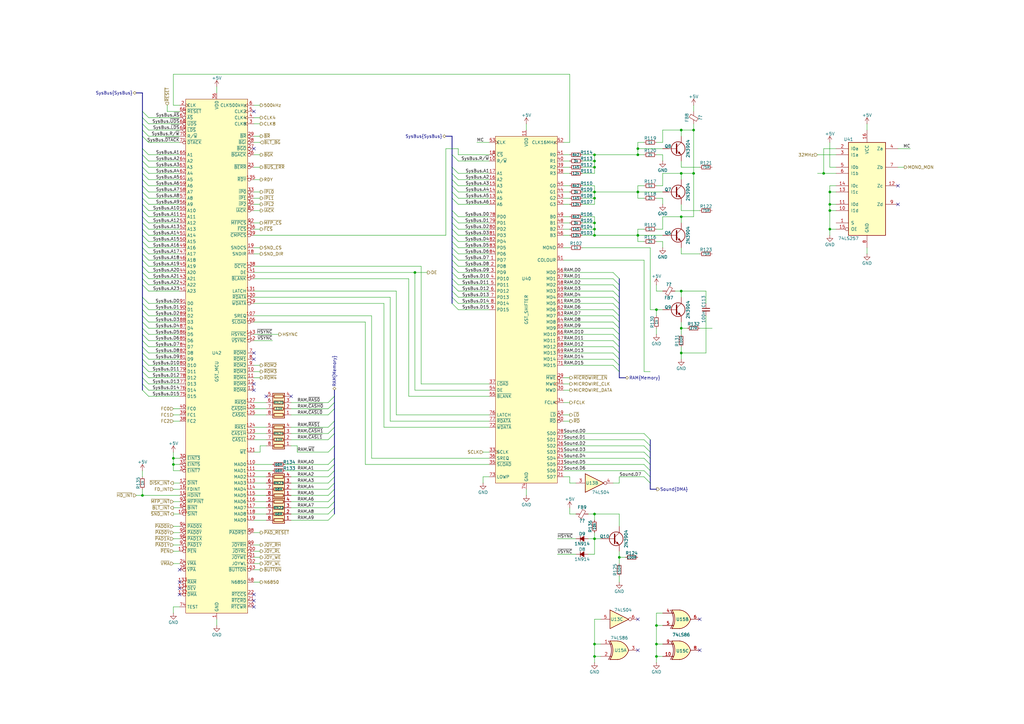
<source format=kicad_sch>
(kicad_sch (version 20250114) (generator "eeschema") (generator_version "9.0")
  (paper "A3")
  (bus_alias "Memory" (members "D[0..15]" "A[0..9]" "~{CASL[0..1]}" "~{RAS[0..1]}" "~{CASH[0..1]}" "~{WE}"))
  (junction (at 337.82 71.12))
  (junction (at 261.62 96.52))
  (junction (at 243.84 63.5))
  (junction (at 243.84 81.28))
  (junction (at 340.36 78.74))
  (junction (at 261.62 63.5))
  (junction (at 243.84 93.98))
  (junction (at 261.62 60.96))
  (junction (at 261.62 78.74))
  (junction (at 279.4 71.12))
  (junction (at 340.36 86.36))
  (junction (at 269.24 256.54))
  (junction (at 71.12 187.96))
  (junction (at 279.4 144.78))
  (junction (at 269.24 127))
  (junction (at 284.48 53.34))
  (junction (at 243.84 210.82))
  (junction (at 279.4 88.9))
  (junction (at 243.84 269.24))
  (junction (at 340.36 83.82))
  (junction (at 71.12 190.5))
  (junction (at 58.42 203.2))
  (junction (at 243.84 220.98))
  (junction (at 243.84 264.16))
  (junction (at 279.4 134.62))
  (junction (at 243.84 66.04))
  (junction (at 243.84 68.58))
  (junction (at 279.4 119.38))
  (junction (at 284.48 71.12))
  (junction (at 269.24 269.24))
  (junction (at 269.24 264.16))
  (junction (at 243.84 96.52))
  (junction (at 243.84 78.74))
  (junction (at 340.36 93.98))
  (junction (at 170.18 111.76))
  (junction (at 279.4 53.34))
  (junction (at 254 228.6))
  (junction (at 243.84 91.44))
  (no_connect (at 104.14 157.48))
  (no_connect (at 104.14 243.84))
  (no_connect (at 104.14 45.72))
  (no_connect (at 104.14 248.92))
  (no_connect (at 119.38 162.56))
  (no_connect (at 261.62 266.7))
  (no_connect (at 368.3 76.2))
  (no_connect (at 287.02 266.7))
  (no_connect (at 104.14 246.38))
  (no_connect (at 73.66 233.68))
  (no_connect (at 73.66 243.84))
  (no_connect (at 287.02 254))
  (no_connect (at 261.62 254))
  (no_connect (at 109.22 162.56))
  (no_connect (at 104.14 144.78))
  (no_connect (at 73.66 238.76))
  (no_connect (at 368.3 83.82))
  (no_connect (at 104.14 160.02))
  (no_connect (at 104.14 60.96))
  (no_connect (at 104.14 147.32))
  (no_connect (at 73.66 241.3))
  (bus_entry (at 185.42 106.68) (size 2.54 2.54))
  (bus_entry (at 137.16 200.66) (size -2.54 2.54))
  (bus_entry (at 58.42 93.98) (size 2.54 2.54))
  (bus_entry (at 58.42 132.08) (size 2.54 2.54))
  (bus_entry (at 266.7 187.96) (size -2.54 -2.54))
  (bus_entry (at 185.42 119.38) (size 2.54 2.54))
  (bus_entry (at 58.42 152.4) (size 2.54 2.54))
  (bus_entry (at 58.42 129.54) (size 2.54 2.54))
  (bus_entry (at 185.42 111.76) (size 2.54 2.54))
  (bus_entry (at 185.42 96.52) (size 2.54 2.54))
  (bus_entry (at 254 142.24) (size -2.54 -2.54))
  (bus_entry (at 58.42 160.02) (size 2.54 2.54))
  (bus_entry (at 185.42 71.12) (size 2.54 2.54))
  (bus_entry (at 254 132.08) (size -2.54 -2.54))
  (bus_entry (at 58.42 104.14) (size 2.54 2.54))
  (bus_entry (at 137.16 175.26) (size -2.54 2.54))
  (bus_entry (at 58.42 121.92) (size 2.54 2.54))
  (bus_entry (at 137.16 187.96) (size -2.54 2.54))
  (bus_entry (at 254 119.38) (size -2.54 -2.54))
  (bus_entry (at 137.16 208.28) (size -2.54 2.54))
  (bus_entry (at 58.42 76.2) (size 2.54 2.54))
  (bus_entry (at 137.16 190.5) (size -2.54 2.54))
  (bus_entry (at 58.42 149.86) (size 2.54 2.54))
  (bus_entry (at 58.42 109.22) (size 2.54 2.54))
  (bus_entry (at 254 147.32) (size -2.54 -2.54))
  (bus_entry (at 254 127) (size -2.54 -2.54))
  (bus_entry (at 137.16 193.04) (size -2.54 2.54))
  (bus_entry (at 58.42 66.04) (size 2.54 2.54))
  (bus_entry (at 185.42 73.66) (size 2.54 2.54))
  (bus_entry (at 266.7 198.12) (size -2.54 -2.54))
  (bus_entry (at 185.42 121.92) (size 2.54 2.54))
  (bus_entry (at 266.7 182.88) (size -2.54 -2.54))
  (bus_entry (at 185.42 76.2) (size 2.54 2.54))
  (bus_entry (at 58.42 83.82) (size 2.54 2.54))
  (bus_entry (at 58.42 139.7) (size 2.54 2.54))
  (bus_entry (at 58.42 116.84) (size 2.54 2.54))
  (bus_entry (at 58.42 55.88) (size 2.54 2.54))
  (bus_entry (at 58.42 68.58) (size 2.54 2.54))
  (bus_entry (at 254 114.3) (size -2.54 -2.54))
  (bus_entry (at 58.42 96.52) (size 2.54 2.54))
  (bus_entry (at 58.42 134.62) (size 2.54 2.54))
  (bus_entry (at 185.42 99.06) (size 2.54 2.54))
  (bus_entry (at 58.42 147.32) (size 2.54 2.54))
  (bus_entry (at 137.16 182.88) (size -2.54 2.54))
  (bus_entry (at 185.42 78.74) (size 2.54 2.54))
  (bus_entry (at 58.42 78.74) (size 2.54 2.54))
  (bus_entry (at 58.42 71.12) (size 2.54 2.54))
  (bus_entry (at 137.16 203.2) (size -2.54 2.54))
  (bus_entry (at 58.42 106.68) (size 2.54 2.54))
  (bus_entry (at 185.42 101.6) (size 2.54 2.54))
  (bus_entry (at 137.16 165.1) (size -2.54 2.54))
  (bus_entry (at 185.42 63.5) (size 2.54 2.54))
  (bus_entry (at 254 139.7) (size -2.54 -2.54))
  (bus_entry (at 137.16 162.56) (size -2.54 2.54))
  (bus_entry (at 266.7 195.58) (size -2.54 -2.54))
  (bus_entry (at 185.42 86.36) (size 2.54 2.54))
  (bus_entry (at 185.42 93.98) (size 2.54 2.54))
  (bus_entry (at 266.7 180.34) (size -2.54 -2.54))
  (bus_entry (at 185.42 68.58) (size 2.54 2.54))
  (bus_entry (at 266.7 190.5) (size -2.54 -2.54))
  (bus_entry (at 58.42 45.72) (size 2.54 2.54))
  (bus_entry (at 185.42 116.84) (size 2.54 2.54))
  (bus_entry (at 58.42 124.46) (size 2.54 2.54))
  (bus_entry (at 58.42 99.06) (size 2.54 2.54))
  (bus_entry (at 137.16 167.64) (size -2.54 2.54))
  (bus_entry (at 58.42 63.5) (size 2.54 2.54))
  (bus_entry (at 58.42 73.66) (size 2.54 2.54))
  (bus_entry (at 254 149.86) (size -2.54 -2.54))
  (bus_entry (at 185.42 109.22) (size 2.54 2.54))
  (bus_entry (at 137.16 177.8) (size -2.54 2.54))
  (bus_entry (at 254 137.16) (size -2.54 -2.54))
  (bus_entry (at 185.42 88.9) (size 2.54 2.54))
  (bus_entry (at 137.16 172.72) (size -2.54 2.54))
  (bus_entry (at 58.42 91.44) (size 2.54 2.54))
  (bus_entry (at 185.42 81.28) (size 2.54 2.54))
  (bus_entry (at 58.42 101.6) (size 2.54 2.54))
  (bus_entry (at 137.16 205.74) (size -2.54 2.54))
  (bus_entry (at 254 144.78) (size -2.54 -2.54))
  (bus_entry (at 58.42 111.76) (size 2.54 2.54))
  (bus_entry (at 58.42 157.48) (size 2.54 2.54))
  (bus_entry (at 266.7 185.42) (size -2.54 -2.54))
  (bus_entry (at 254 134.62) (size -2.54 -2.54))
  (bus_entry (at 58.42 144.78) (size 2.54 2.54))
  (bus_entry (at 137.16 210.82) (size -2.54 2.54))
  (bus_entry (at 254 152.4) (size -2.54 -2.54))
  (bus_entry (at 58.42 137.16) (size 2.54 2.54))
  (bus_entry (at 58.42 50.8) (size 2.54 2.54))
  (bus_entry (at 58.42 142.24) (size 2.54 2.54))
  (bus_entry (at 137.16 195.58) (size -2.54 2.54))
  (bus_entry (at 185.42 124.46) (size 2.54 2.54))
  (bus_entry (at 185.42 91.44) (size 2.54 2.54))
  (bus_entry (at 137.16 198.12) (size -2.54 2.54))
  (bus_entry (at 58.42 86.36) (size 2.54 2.54))
  (bus_entry (at 266.7 193.04) (size -2.54 -2.54))
  (bus_entry (at 254 129.54) (size -2.54 -2.54))
  (bus_entry (at 58.42 60.96) (size 2.54 2.54))
  (bus_entry (at 58.42 154.94) (size 2.54 2.54))
  (bus_entry (at 185.42 114.3) (size 2.54 2.54))
  (bus_entry (at 254 124.46) (size -2.54 -2.54))
  (bus_entry (at 58.42 88.9) (size 2.54 2.54))
  (bus_entry (at 58.42 127) (size 2.54 2.54))
  (bus_entry (at 58.42 81.28) (size 2.54 2.54))
  (bus_entry (at 58.42 53.34) (size 2.54 2.54))
  (bus_entry (at 58.42 48.26) (size 2.54 2.54))
  (bus_entry (at 254 121.92) (size -2.54 -2.54))
  (bus_entry (at 58.42 114.3) (size 2.54 2.54))
  (bus_entry (at 254 116.84) (size -2.54 -2.54))
  (bus_entry (at 185.42 104.14) (size 2.54 2.54))
  (wire (pts (xy 261.62 60.96) (xy 261.62 58.42)))
  (wire (pts (xy 157.48 124.46) (xy 157.48 175.26)))
  (wire (pts (xy 279.4 142.24) (xy 279.4 144.78)))
  (bus (pts (xy 185.42 78.74) (xy 185.42 81.28)))
  (wire (pts (xy 264.16 182.88) (xy 231.14 182.88)))
  (wire (pts (xy 119.38 203.2) (xy 134.62 203.2)))
  (bus (pts (xy 137.16 162.56) (xy 137.16 160.02)))
  (bus (pts (xy 58.42 124.46) (xy 58.42 127)))
  (wire (pts (xy 60.96 101.6) (xy 73.66 101.6)))
  (bus (pts (xy 137.16 172.72) (xy 137.16 167.64)))
  (wire (pts (xy 243.84 227.33) (xy 243.84 220.98)))
  (bus (pts (xy 185.42 81.28) (xy 185.42 86.36)))
  (wire (pts (xy 71.12 198.12) (xy 73.66 198.12)))
  (wire (pts (xy 104.14 200.66) (xy 109.22 200.66)))
  (wire (pts (xy 104.14 129.54) (xy 152.4 129.54)))
  (wire (pts (xy 104.14 165.1) (xy 109.22 165.1)))
  (wire (pts (xy 269.24 271.78) (xy 269.24 269.24)))
  (wire (pts (xy 60.96 58.42) (xy 73.66 58.42)))
  (wire (pts (xy 231.14 76.2) (xy 233.68 76.2)))
  (wire (pts (xy 60.96 63.5) (xy 73.66 63.5)))
  (wire (pts (xy 71.12 187.96) (xy 71.12 190.5)))
  (wire (pts (xy 269.24 269.24) (xy 269.24 264.16)))
  (wire (pts (xy 104.14 175.26) (xy 109.22 175.26)))
  (wire (pts (xy 58.42 203.2) (xy 73.66 203.2)))
  (bus (pts (xy 185.42 63.5) (xy 185.42 68.58)))
  (wire (pts (xy 342.9 78.74) (xy 340.36 78.74)))
  (wire (pts (xy 104.14 152.4) (xy 106.68 152.4)))
  (wire (pts (xy 264.16 99.06) (xy 261.62 99.06)))
  (wire (pts (xy 104.14 231.14) (xy 106.68 231.14)))
  (bus (pts (xy 58.42 83.82) (xy 58.42 86.36)))
  (wire (pts (xy 231.14 71.12) (xy 233.68 71.12)))
  (wire (pts (xy 60.96 147.32) (xy 73.66 147.32)))
  (wire (pts (xy 71.12 190.5) (xy 73.66 190.5)))
  (wire (pts (xy 149.86 132.08) (xy 149.86 190.5)))
  (wire (pts (xy 60.96 53.34) (xy 73.66 53.34)))
  (bus (pts (xy 254 114.3) (xy 254 116.84)))
  (wire (pts (xy 231.14 187.96) (xy 264.16 187.96)))
  (wire (pts (xy 88.9 254) (xy 88.9 256.54)))
  (wire (pts (xy 373.38 60.96) (xy 368.3 60.96)))
  (bus (pts (xy 58.42 93.98) (xy 58.42 96.52)))
  (bus (pts (xy 58.42 134.62) (xy 58.42 137.16)))
  (wire (pts (xy 342.9 60.96) (xy 337.82 60.96)))
  (wire (pts (xy 60.96 139.7) (xy 73.66 139.7)))
  (wire (pts (xy 104.14 83.82) (xy 106.68 83.82)))
  (wire (pts (xy 243.84 78.74) (xy 243.84 76.2)))
  (wire (pts (xy 104.14 55.88) (xy 106.68 55.88)))
  (wire (pts (xy 238.76 78.74) (xy 243.84 78.74)))
  (wire (pts (xy 104.14 78.74) (xy 106.68 78.74)))
  (bus (pts (xy 137.16 200.66) (xy 137.16 198.12)))
  (bus (pts (xy 58.42 149.86) (xy 58.42 152.4)))
  (wire (pts (xy 60.96 149.86) (xy 73.66 149.86)))
  (wire (pts (xy 284.48 71.12) (xy 284.48 88.9)))
  (wire (pts (xy 261.62 78.74) (xy 261.62 76.2)))
  (bus (pts (xy 58.42 48.26) (xy 58.42 50.8)))
  (bus (pts (xy 58.42 144.78) (xy 58.42 147.32)))
  (wire (pts (xy 269.24 58.42) (xy 271.78 58.42)))
  (wire (pts (xy 60.96 111.76) (xy 73.66 111.76)))
  (wire (pts (xy 170.18 160.02) (xy 170.18 111.76)))
  (bus (pts (xy 185.42 119.38) (xy 185.42 121.92)))
  (wire (pts (xy 340.36 86.36) (xy 340.36 93.98)))
  (wire (pts (xy 58.42 200.66) (xy 58.42 203.2)))
  (wire (pts (xy 284.48 50.8) (xy 284.48 53.34)))
  (wire (pts (xy 269.24 269.24) (xy 271.78 269.24)))
  (wire (pts (xy 71.12 215.9) (xy 73.66 215.9)))
  (wire (pts (xy 238.76 81.28) (xy 243.84 81.28)))
  (wire (pts (xy 231.14 170.18) (xy 233.68 170.18)))
  (wire (pts (xy 335.28 71.12) (xy 337.82 71.12)))
  (wire (pts (xy 175.26 111.76) (xy 170.18 111.76)))
  (bus (pts (xy 254 137.16) (xy 254 139.7)))
  (wire (pts (xy 104.14 205.74) (xy 109.22 205.74)))
  (wire (pts (xy 167.64 162.56) (xy 200.66 162.56)))
  (wire (pts (xy 243.84 88.9) (xy 238.76 88.9)))
  (bus (pts (xy 254 134.62) (xy 254 137.16)))
  (wire (pts (xy 269.24 119.38) (xy 271.78 119.38)))
  (wire (pts (xy 170.18 160.02) (xy 200.66 160.02)))
  (wire (pts (xy 271.78 127) (xy 269.24 127)))
  (wire (pts (xy 60.96 81.28) (xy 73.66 81.28)))
  (wire (pts (xy 215.9 200.66) (xy 215.9 203.2)))
  (wire (pts (xy 187.96 116.84) (xy 200.66 116.84)))
  (wire (pts (xy 60.96 96.52) (xy 73.66 96.52)))
  (bus (pts (xy 58.42 116.84) (xy 58.42 121.92)))
  (wire (pts (xy 104.14 195.58) (xy 109.22 195.58)))
  (wire (pts (xy 71.12 218.44) (xy 73.66 218.44)))
  (wire (pts (xy 243.84 96.52) (xy 261.62 96.52)))
  (bus (pts (xy 254 154.94) (xy 256.54 154.94)))
  (wire (pts (xy 335.28 63.5) (xy 342.9 63.5)))
  (wire (pts (xy 269.24 251.46) (xy 271.78 251.46)))
  (wire (pts (xy 172.72 157.48) (xy 200.66 157.48)))
  (bus (pts (xy 185.42 68.58) (xy 185.42 71.12)))
  (wire (pts (xy 60.96 88.9) (xy 73.66 88.9)))
  (wire (pts (xy 60.96 137.16) (xy 73.66 137.16)))
  (wire (pts (xy 279.4 101.6) (xy 279.4 104.14)))
  (wire (pts (xy 60.96 68.58) (xy 73.66 68.58)))
  (wire (pts (xy 60.96 152.4) (xy 73.66 152.4)))
  (bus (pts (xy 185.42 55.88) (xy 182.88 55.88)))
  (wire (pts (xy 104.14 203.2) (xy 109.22 203.2)))
  (bus (pts (xy 58.42 60.96) (xy 58.42 63.5)))
  (bus (pts (xy 58.42 109.22) (xy 58.42 111.76)))
  (bus (pts (xy 266.7 195.58) (xy 266.7 198.12)))
  (wire (pts (xy 231.14 114.3) (xy 251.46 114.3)))
  (bus (pts (xy 185.42 93.98) (xy 185.42 96.52)))
  (bus (pts (xy 254 147.32) (xy 254 149.86)))
  (wire (pts (xy 60.96 109.22) (xy 73.66 109.22)))
  (wire (pts (xy 71.12 187.96) (xy 73.66 187.96)))
  (bus (pts (xy 58.42 132.08) (xy 58.42 134.62)))
  (bus (pts (xy 254 116.84) (xy 254 119.38)))
  (wire (pts (xy 264.16 63.5) (xy 261.62 63.5)))
  (wire (pts (xy 104.14 124.46) (xy 157.48 124.46)))
  (wire (pts (xy 71.12 170.18) (xy 73.66 170.18)))
  (wire (pts (xy 182.88 60.96) (xy 187.96 60.96)))
  (wire (pts (xy 261.62 99.06) (xy 261.62 96.52)))
  (wire (pts (xy 254 198.12) (xy 254 195.58)))
  (wire (pts (xy 119.38 198.12) (xy 134.62 198.12)))
  (wire (pts (xy 279.4 104.14) (xy 287.02 104.14)))
  (bus (pts (xy 137.16 187.96) (xy 137.16 182.88)))
  (bus (pts (xy 254 121.92) (xy 254 124.46)))
  (wire (pts (xy 279.4 66.04) (xy 279.4 68.58)))
  (wire (pts (xy 60.96 106.68) (xy 73.66 106.68)))
  (wire (pts (xy 60.96 76.2) (xy 73.66 76.2)))
  (bus (pts (xy 58.42 121.92) (xy 58.42 124.46)))
  (wire (pts (xy 289.56 129.54) (xy 289.56 144.78)))
  (wire (pts (xy 233.68 208.28) (xy 233.68 210.82)))
  (wire (pts (xy 104.14 180.34) (xy 109.22 180.34)))
  (wire (pts (xy 261.62 60.96) (xy 261.62 63.5)))
  (wire (pts (xy 187.96 109.22) (xy 200.66 109.22)))
  (bus (pts (xy 58.42 111.76) (xy 58.42 114.3)))
  (wire (pts (xy 187.96 99.06) (xy 200.66 99.06)))
  (wire (pts (xy 60.96 154.94) (xy 73.66 154.94)))
  (bus (pts (xy 58.42 137.16) (xy 58.42 139.7)))
  (wire (pts (xy 271.78 76.2) (xy 271.78 71.12)))
  (wire (pts (xy 279.4 88.9) (xy 279.4 91.44)))
  (bus (pts (xy 58.42 66.04) (xy 58.42 68.58)))
  (wire (pts (xy 195.58 58.42) (xy 200.66 58.42)))
  (bus (pts (xy 137.16 167.64) (xy 137.16 165.1)))
  (wire (pts (xy 187.96 91.44) (xy 200.66 91.44)))
  (wire (pts (xy 71.12 208.28) (xy 73.66 208.28)))
  (bus (pts (xy 58.42 96.52) (xy 58.42 99.06)))
  (wire (pts (xy 269.24 256.54) (xy 271.78 256.54)))
  (wire (pts (xy 152.4 129.54) (xy 152.4 187.96)))
  (bus (pts (xy 185.42 106.68) (xy 185.42 109.22)))
  (wire (pts (xy 279.4 71.12) (xy 279.4 73.66)))
  (bus (pts (xy 254 127) (xy 254 129.54)))
  (wire (pts (xy 233.68 210.82) (xy 236.22 210.82)))
  (wire (pts (xy 114.3 137.16) (xy 104.14 137.16)))
  (bus (pts (xy 185.42 111.76) (xy 185.42 114.3)))
  (wire (pts (xy 172.72 109.22) (xy 172.72 157.48)))
  (bus (pts (xy 185.42 73.66) (xy 185.42 76.2)))
  (wire (pts (xy 60.96 50.8) (xy 73.66 50.8)))
  (wire (pts (xy 241.3 227.33) (xy 243.84 227.33)))
  (wire (pts (xy 104.14 109.22) (xy 172.72 109.22)))
  (wire (pts (xy 271.78 60.96) (xy 261.62 60.96)))
  (wire (pts (xy 60.96 119.38) (xy 73.66 119.38)))
  (wire (pts (xy 279.4 86.36) (xy 287.02 86.36)))
  (bus (pts (xy 185.42 71.12) (xy 185.42 73.66)))
  (wire (pts (xy 60.96 162.56) (xy 73.66 162.56)))
  (wire (pts (xy 104.14 48.26) (xy 106.68 48.26)))
  (wire (pts (xy 71.12 185.42) (xy 71.12 187.96)))
  (wire (pts (xy 231.14 190.5) (xy 264.16 190.5)))
  (bus (pts (xy 58.42 152.4) (xy 58.42 154.94)))
  (wire (pts (xy 104.14 210.82) (xy 109.22 210.82)))
  (wire (pts (xy 104.14 226.06) (xy 106.68 226.06)))
  (bus (pts (xy 58.42 114.3) (xy 58.42 116.84)))
  (wire (pts (xy 198.12 195.58) (xy 200.66 195.58)))
  (wire (pts (xy 119.38 200.66) (xy 134.62 200.66)))
  (wire (pts (xy 279.4 119.38) (xy 279.4 121.92)))
  (wire (pts (xy 231.14 63.5) (xy 233.68 63.5)))
  (bus (pts (xy 58.42 50.8) (xy 58.42 53.34)))
  (bus (pts (xy 58.42 127) (xy 58.42 129.54)))
  (wire (pts (xy 119.38 165.1) (xy 134.62 165.1)))
  (wire (pts (xy 187.96 124.46) (xy 200.66 124.46)))
  (wire (pts (xy 111.76 139.7) (xy 104.14 139.7)))
  (bus (pts (xy 137.16 208.28) (xy 137.16 205.74)))
  (wire (pts (xy 243.84 81.28) (xy 243.84 78.74)))
  (wire (pts (xy 104.14 63.5) (xy 106.68 63.5)))
  (wire (pts (xy 271.78 81.28) (xy 269.24 81.28)))
  (bus (pts (xy 254 144.78) (xy 254 147.32)))
  (wire (pts (xy 243.84 71.12) (xy 243.84 68.58)))
  (wire (pts (xy 254 228.6) (xy 256.54 228.6)))
  (wire (pts (xy 264.16 81.28) (xy 261.62 81.28)))
  (wire (pts (xy 187.96 63.5) (xy 200.66 63.5)))
  (wire (pts (xy 187.96 81.28) (xy 200.66 81.28)))
  (wire (pts (xy 231.14 119.38) (xy 251.46 119.38)))
  (wire (pts (xy 68.58 43.18) (xy 68.58 45.72)))
  (wire (pts (xy 60.96 144.78) (xy 73.66 144.78)))
  (wire (pts (xy 231.14 132.08) (xy 251.46 132.08)))
  (wire (pts (xy 231.14 134.62) (xy 251.46 134.62)))
  (wire (pts (xy 60.96 73.66) (xy 73.66 73.66)))
  (wire (pts (xy 104.14 170.18) (xy 109.22 170.18)))
  (bus (pts (xy 58.42 55.88) (xy 58.42 60.96)))
  (wire (pts (xy 187.96 121.92) (xy 200.66 121.92)))
  (wire (pts (xy 342.9 83.82) (xy 340.36 83.82)))
  (wire (pts (xy 340.36 83.82) (xy 340.36 86.36)))
  (wire (pts (xy 355.6 101.6) (xy 355.6 104.14)))
  (bus (pts (xy 58.42 147.32) (xy 58.42 149.86)))
  (bus (pts (xy 269.24 200.66) (xy 266.7 200.66)))
  (wire (pts (xy 71.12 231.14) (xy 73.66 231.14)))
  (wire (pts (xy 160.02 172.72) (xy 200.66 172.72)))
  (wire (pts (xy 271.78 88.9) (xy 279.4 88.9)))
  (wire (pts (xy 187.96 73.66) (xy 200.66 73.66)))
  (bus (pts (xy 58.42 53.34) (xy 58.42 55.88)))
  (wire (pts (xy 60.96 160.02) (xy 73.66 160.02)))
  (wire (pts (xy 231.14 142.24) (xy 251.46 142.24)))
  (wire (pts (xy 231.14 193.04) (xy 264.16 193.04)))
  (wire (pts (xy 231.14 147.32) (xy 251.46 147.32)))
  (wire (pts (xy 243.84 264.16) (xy 243.84 254)))
  (wire (pts (xy 198.12 198.12) (xy 198.12 195.58)))
  (wire (pts (xy 60.96 132.08) (xy 73.66 132.08)))
  (wire (pts (xy 71.12 226.06) (xy 73.66 226.06)))
  (bus (pts (xy 58.42 45.72) (xy 58.42 48.26)))
  (bus (pts (xy 254 139.7) (xy 254 142.24)))
  (bus (pts (xy 58.42 68.58) (xy 58.42 71.12)))
  (bus (pts (xy 58.42 38.1) (xy 58.42 45.72)))
  (wire (pts (xy 340.36 76.2) (xy 340.36 78.74)))
  (bus (pts (xy 266.7 198.12) (xy 266.7 200.66)))
  (bus (pts (xy 266.7 187.96) (xy 266.7 190.5)))
  (wire (pts (xy 243.84 269.24) (xy 246.38 269.24)))
  (wire (pts (xy 251.46 198.12) (xy 254 198.12)))
  (wire (pts (xy 340.36 78.74) (xy 340.36 83.82)))
  (wire (pts (xy 231.14 139.7) (xy 251.46 139.7)))
  (bus (pts (xy 58.42 99.06) (xy 58.42 101.6)))
  (bus (pts (xy 266.7 193.04) (xy 266.7 195.58)))
  (wire (pts (xy 60.96 129.54) (xy 73.66 129.54)))
  (wire (pts (xy 271.78 71.12) (xy 279.4 71.12)))
  (wire (pts (xy 243.84 220.98) (xy 243.84 218.44)))
  (wire (pts (xy 157.48 175.26) (xy 200.66 175.26)))
  (wire (pts (xy 231.14 177.8) (xy 264.16 177.8)))
  (wire (pts (xy 71.12 172.72) (xy 73.66 172.72)))
  (wire (pts (xy 231.14 96.52) (xy 233.68 96.52)))
  (wire (pts (xy 231.14 172.72) (xy 233.68 172.72)))
  (wire (pts (xy 104.14 111.76) (xy 170.18 111.76)))
  (bus (pts (xy 58.42 129.54) (xy 58.42 132.08)))
  (wire (pts (xy 243.84 264.16) (xy 246.38 264.16)))
  (wire (pts (xy 231.14 121.92) (xy 251.46 121.92)))
  (wire (pts (xy 119.38 170.18) (xy 134.62 170.18)))
  (wire (pts (xy 116.84 193.04) (xy 134.62 193.04)))
  (bus (pts (xy 185.42 104.14) (xy 185.42 106.68)))
  (wire (pts (xy 187.96 114.3) (xy 200.66 114.3)))
  (wire (pts (xy 284.48 43.18) (xy 284.48 45.72)))
  (bus (pts (xy 266.7 185.42) (xy 266.7 187.96)))
  (wire (pts (xy 243.84 213.36) (xy 243.84 210.82)))
  (wire (pts (xy 60.96 116.84) (xy 73.66 116.84)))
  (wire (pts (xy 231.14 91.44) (xy 233.68 91.44)))
  (wire (pts (xy 264.16 106.68) (xy 264.16 152.4)))
  (wire (pts (xy 231.14 129.54) (xy 251.46 129.54)))
  (bus (pts (xy 58.42 76.2) (xy 58.42 78.74)))
  (wire (pts (xy 187.96 88.9) (xy 200.66 88.9)))
  (wire (pts (xy 276.86 119.38) (xy 279.4 119.38)))
  (wire (pts (xy 104.14 233.68) (xy 106.68 233.68)))
  (wire (pts (xy 104.14 228.6) (xy 106.68 228.6)))
  (wire (pts (xy 60.96 83.82) (xy 73.66 83.82)))
  (wire (pts (xy 243.84 269.24) (xy 243.84 264.16)))
  (wire (pts (xy 271.78 101.6) (xy 271.78 99.06)))
  (wire (pts (xy 121.92 185.42) (xy 134.62 185.42)))
  (wire (pts (xy 231.14 180.34) (xy 264.16 180.34)))
  (wire (pts (xy 231.14 66.04) (xy 233.68 66.04)))
  (wire (pts (xy 342.9 76.2) (xy 340.36 76.2)))
  (wire (pts (xy 243.84 210.82) (xy 254 210.82)))
  (wire (pts (xy 162.56 170.18) (xy 200.66 170.18)))
  (wire (pts (xy 104.14 154.94) (xy 106.68 154.94)))
  (bus (pts (xy 58.42 139.7) (xy 58.42 142.24)))
  (wire (pts (xy 71.12 220.98) (xy 73.66 220.98)))
  (wire (pts (xy 243.84 66.04) (xy 243.84 63.5)))
  (wire (pts (xy 187.96 101.6) (xy 200.66 101.6)))
  (wire (pts (xy 187.96 127) (xy 200.66 127)))
  (wire (pts (xy 187.96 106.68) (xy 200.66 106.68)))
  (wire (pts (xy 368.3 68.58) (xy 370.84 68.58)))
  (bus (pts (xy 58.42 86.36) (xy 58.42 88.9)))
  (wire (pts (xy 289.56 144.78) (xy 279.4 144.78)))
  (bus (pts (xy 185.42 55.88) (xy 185.42 63.5)))
  (wire (pts (xy 104.14 190.5) (xy 111.76 190.5)))
  (wire (pts (xy 187.96 78.74) (xy 200.66 78.74)))
  (wire (pts (xy 104.14 86.36) (xy 106.68 86.36)))
  (bus (pts (xy 58.42 38.1) (xy 55.88 38.1)))
  (wire (pts (xy 271.78 63.5) (xy 269.24 63.5)))
  (wire (pts (xy 231.14 58.42) (xy 233.68 58.42)))
  (bus (pts (xy 254 149.86) (xy 254 152.4)))
  (wire (pts (xy 340.36 93.98) (xy 342.9 93.98)))
  (wire (pts (xy 231.14 88.9) (xy 233.68 88.9)))
  (wire (pts (xy 243.84 96.52) (xy 243.84 93.98)))
  (wire (pts (xy 289.56 119.38) (xy 279.4 119.38)))
  (wire (pts (xy 231.14 101.6) (xy 233.68 101.6)))
  (wire (pts (xy 271.78 96.52) (xy 261.62 96.52)))
  (wire (pts (xy 71.12 167.64) (xy 73.66 167.64)))
  (wire (pts (xy 231.14 116.84) (xy 251.46 116.84)))
  (wire (pts (xy 243.84 254) (xy 246.38 254)))
  (wire (pts (xy 152.4 187.96) (xy 200.66 187.96)))
  (wire (pts (xy 284.48 53.34) (xy 284.48 71.12)))
  (wire (pts (xy 271.78 53.34) (xy 279.4 53.34)))
  (wire (pts (xy 279.4 134.62) (xy 279.4 137.16)))
  (wire (pts (xy 104.14 208.28) (xy 109.22 208.28)))
  (wire (pts (xy 71.12 248.92) (xy 73.66 248.92)))
  (wire (pts (xy 279.4 83.82) (xy 279.4 86.36)))
  (wire (pts (xy 71.12 30.48) (xy 71.12 43.18)))
  (wire (pts (xy 279.4 134.62) (xy 279.4 132.08)))
  (wire (pts (xy 60.96 71.12) (xy 73.66 71.12)))
  (wire (pts (xy 215.9 50.8) (xy 215.9 53.34)))
  (wire (pts (xy 71.12 223.52) (xy 73.66 223.52)))
  (wire (pts (xy 88.9 35.56) (xy 88.9 38.1)))
  (wire (pts (xy 119.38 195.58) (xy 134.62 195.58)))
  (wire (pts (xy 119.38 180.34) (xy 134.62 180.34)))
  (wire (pts (xy 254 210.82) (xy 254 215.9)))
  (wire (pts (xy 238.76 91.44) (xy 243.84 91.44)))
  (wire (pts (xy 60.96 127) (xy 73.66 127)))
  (bus (pts (xy 254 124.46) (xy 254 127)))
  (wire (pts (xy 104.14 93.98) (xy 106.68 93.98)))
  (wire (pts (xy 60.96 66.04) (xy 73.66 66.04)))
  (bus (pts (xy 137.16 165.1) (xy 137.16 162.56)))
  (wire (pts (xy 104.14 114.3) (xy 167.64 114.3)))
  (wire (pts (xy 104.14 132.08) (xy 149.86 132.08)))
  (wire (pts (xy 231.14 144.78) (xy 251.46 144.78)))
  (wire (pts (xy 340.36 96.52) (xy 340.36 93.98)))
  (bus (pts (xy 58.42 78.74) (xy 58.42 81.28)))
  (wire (pts (xy 281.94 134.62) (xy 279.4 134.62)))
  (wire (pts (xy 104.14 193.04) (xy 111.76 193.04)))
  (wire (pts (xy 187.96 76.2) (xy 200.66 76.2)))
  (wire (pts (xy 60.96 78.74) (xy 73.66 78.74)))
  (wire (pts (xy 71.12 193.04) (xy 73.66 193.04)))
  (wire (pts (xy 104.14 238.76) (xy 106.68 238.76)))
  (wire (pts (xy 287.02 134.62) (xy 292.1 134.62)))
  (bus (pts (xy 137.16 182.88) (xy 137.16 177.8)))
  (bus (pts (xy 185.42 88.9) (xy 185.42 91.44)))
  (wire (pts (xy 104.14 213.36) (xy 109.22 213.36)))
  (wire (pts (xy 279.4 88.9) (xy 284.48 88.9)))
  (wire (pts (xy 121.92 182.88) (xy 121.92 185.42)))
  (wire (pts (xy 279.4 71.12) (xy 284.48 71.12)))
  (wire (pts (xy 243.84 83.82) (xy 243.84 81.28)))
  (wire (pts (xy 104.14 167.64) (xy 109.22 167.64)))
  (wire (pts (xy 71.12 200.66) (xy 73.66 200.66)))
  (bus (pts (xy 137.16 210.82) (xy 137.16 208.28)))
  (bus (pts (xy 185.42 96.52) (xy 185.42 99.06)))
  (wire (pts (xy 337.82 60.96) (xy 337.82 71.12)))
  (wire (pts (xy 271.78 99.06) (xy 269.24 99.06)))
  (bus (pts (xy 254 132.08) (xy 254 134.62)))
  (wire (pts (xy 337.82 71.12) (xy 342.9 71.12)))
  (wire (pts (xy 271.78 93.98) (xy 271.78 88.9)))
  (wire (pts (xy 58.42 193.04) (xy 58.42 195.58)))
  (wire (pts (xy 71.12 205.74) (xy 73.66 205.74)))
  (wire (pts (xy 104.14 104.14) (xy 106.68 104.14)))
  (wire (pts (xy 238.76 71.12) (xy 243.84 71.12)))
  (wire (pts (xy 254 236.22) (xy 254 238.76)))
  (wire (pts (xy 60.96 124.46) (xy 73.66 124.46)))
  (wire (pts (xy 104.14 96.52) (xy 182.88 96.52)))
  (wire (pts (xy 261.62 63.5) (xy 243.84 63.5)))
  (wire (pts (xy 187.96 93.98) (xy 200.66 93.98)))
  (wire (pts (xy 228.6 220.98) (xy 236.22 220.98)))
  (bus (pts (xy 58.42 91.44) (xy 58.42 93.98)))
  (wire (pts (xy 160.02 121.92) (xy 160.02 172.72)))
  (wire (pts (xy 264.16 152.4) (xy 266.7 152.4)))
  (wire (pts (xy 231.14 160.02) (xy 233.68 160.02)))
  (wire (pts (xy 238.76 101.6) (xy 266.7 101.6)))
  (wire (pts (xy 231.14 185.42) (xy 264.16 185.42)))
  (wire (pts (xy 233.68 198.12) (xy 236.22 198.12)))
  (bus (pts (xy 137.16 195.58) (xy 137.16 193.04)))
  (wire (pts (xy 269.24 134.62) (xy 269.24 137.16)))
  (bus (pts (xy 254 129.54) (xy 254 132.08)))
  (wire (pts (xy 104.14 68.58) (xy 106.68 68.58)))
  (bus (pts (xy 185.42 101.6) (xy 185.42 104.14)))
  (wire (pts (xy 162.56 119.38) (xy 162.56 170.18)))
  (wire (pts (xy 104.14 81.28) (xy 106.68 81.28)))
  (wire (pts (xy 246.38 220.98) (xy 243.84 220.98)))
  (wire (pts (xy 231.14 127) (xy 251.46 127)))
  (wire (pts (xy 254 228.6) (xy 254 231.14)))
  (wire (pts (xy 231.14 111.76) (xy 251.46 111.76)))
  (wire (pts (xy 243.84 271.78) (xy 243.84 269.24)))
  (wire (pts (xy 340.36 68.58) (xy 342.9 68.58)))
  (wire (pts (xy 119.38 208.28) (xy 134.62 208.28)))
  (wire (pts (xy 269.24 264.16) (xy 271.78 264.16)))
  (wire (pts (xy 187.96 96.52) (xy 200.66 96.52)))
  (bus (pts (xy 137.16 175.26) (xy 137.16 172.72)))
  (wire (pts (xy 119.38 167.64) (xy 134.62 167.64)))
  (wire (pts (xy 71.12 190.5) (xy 71.12 193.04)))
  (wire (pts (xy 279.4 53.34) (xy 279.4 55.88)))
  (wire (pts (xy 68.58 45.72) (xy 73.66 45.72)))
  (wire (pts (xy 261.62 96.52) (xy 261.62 93.98)))
  (bus (pts (xy 58.42 88.9) (xy 58.42 91.44)))
  (wire (pts (xy 60.96 142.24) (xy 73.66 142.24)))
  (wire (pts (xy 241.3 220.98) (xy 243.84 220.98)))
  (wire (pts (xy 187.96 71.12) (xy 200.66 71.12)))
  (wire (pts (xy 104.14 43.18) (xy 106.68 43.18)))
  (wire (pts (xy 104.14 177.8) (xy 109.22 177.8)))
  (wire (pts (xy 71.12 251.46) (xy 71.12 248.92)))
  (wire (pts (xy 167.64 114.3) (xy 167.64 162.56)))
  (wire (pts (xy 271.78 66.04) (xy 271.78 63.5)))
  (wire (pts (xy 261.62 58.42) (xy 264.16 58.42)))
  (wire (pts (xy 71.12 210.82) (xy 73.66 210.82)))
  (bus (pts (xy 58.42 154.94) (xy 58.42 157.48)))
  (wire (pts (xy 261.62 81.28) (xy 261.62 78.74)))
  (bus (pts (xy 185.42 91.44) (xy 185.42 93.98)))
  (wire (pts (xy 104.14 119.38) (xy 162.56 119.38)))
  (wire (pts (xy 187.96 119.38) (xy 200.66 119.38)))
  (wire (pts (xy 60.96 157.48) (xy 73.66 157.48)))
  (wire (pts (xy 243.84 91.44) (xy 243.84 88.9)))
  (wire (pts (xy 238.76 93.98) (xy 243.84 93.98)))
  (wire (pts (xy 261.62 93.98) (xy 264.16 93.98)))
  (wire (pts (xy 231.14 137.16) (xy 251.46 137.16)))
  (wire (pts (xy 60.96 55.88) (xy 73.66 55.88)))
  (bus (pts (xy 254 119.38) (xy 254 121.92)))
  (bus (pts (xy 137.16 203.2) (xy 137.16 200.66)))
  (wire (pts (xy 104.14 185.42) (xy 106.68 185.42)))
  (bus (pts (xy 185.42 76.2) (xy 185.42 78.74)))
  (wire (pts (xy 119.38 182.88) (xy 121.92 182.88)))
  (wire (pts (xy 231.14 83.82) (xy 233.68 83.82)))
  (wire (pts (xy 60.96 114.3) (xy 73.66 114.3)))
  (wire (pts (xy 355.6 50.8) (xy 355.6 53.34)))
  (wire (pts (xy 106.68 182.88) (xy 106.68 185.42)))
  (bus (pts (xy 266.7 190.5) (xy 266.7 193.04)))
  (bus (pts (xy 185.42 86.36) (xy 185.42 88.9)))
  (bus (pts (xy 185.42 121.92) (xy 185.42 124.46)))
  (wire (pts (xy 60.96 48.26) (xy 73.66 48.26)))
  (bus (pts (xy 137.16 205.74) (xy 137.16 203.2)))
  (wire (pts (xy 187.96 83.82) (xy 200.66 83.82)))
  (wire (pts (xy 119.38 210.82) (xy 134.62 210.82)))
  (wire (pts (xy 187.96 111.76) (xy 200.66 111.76)))
  (bus (pts (xy 254 142.24) (xy 254 144.78)))
  (wire (pts (xy 104.14 91.44) (xy 106.68 91.44)))
  (wire (pts (xy 238.76 68.58) (xy 243.84 68.58)))
  (bus (pts (xy 58.42 101.6) (xy 58.42 104.14)))
  (wire (pts (xy 266.7 101.6) (xy 266.7 127)))
  (bus (pts (xy 254 152.4) (xy 254 154.94)))
  (wire (pts (xy 271.78 83.82) (xy 271.78 81.28)))
  (wire (pts (xy 231.14 124.46) (xy 251.46 124.46)))
  (wire (pts (xy 104.14 58.42) (xy 106.68 58.42)))
  (bus (pts (xy 137.16 190.5) (xy 137.16 187.96)))
  (wire (pts (xy 233.68 58.42) (xy 233.68 30.48)))
  (wire (pts (xy 55.88 203.2) (xy 58.42 203.2)))
  (wire (pts (xy 231.14 93.98) (xy 233.68 93.98)))
  (wire (pts (xy 243.84 78.74) (xy 261.62 78.74)))
  (bus (pts (xy 266.7 180.34) (xy 266.7 182.88)))
  (wire (pts (xy 104.14 50.8) (xy 106.68 50.8)))
  (wire (pts (xy 269.24 264.16) (xy 269.24 256.54)))
  (wire (pts (xy 119.38 175.26) (xy 134.62 175.26)))
  (wire (pts (xy 269.24 256.54) (xy 269.24 251.46)))
  (wire (pts (xy 119.38 177.8) (xy 134.62 177.8)))
  (wire (pts (xy 238.76 83.82) (xy 243.84 83.82)))
  (wire (pts (xy 104.14 101.6) (xy 106.68 101.6)))
  (wire (pts (xy 238.76 96.52) (xy 243.84 96.52)))
  (bus (pts (xy 58.42 63.5) (xy 58.42 66.04)))
  (wire (pts (xy 104.14 149.86) (xy 106.68 149.86)))
  (wire (pts (xy 231.14 149.86) (xy 251.46 149.86)))
  (wire (pts (xy 198.12 185.42) (xy 200.66 185.42)))
  (wire (pts (xy 279.4 53.34) (xy 284.48 53.34)))
  (wire (pts (xy 241.3 210.82) (xy 243.84 210.82)))
  (wire (pts (xy 342.9 86.36) (xy 340.36 86.36)))
  (wire (pts (xy 82.55 318.77) (xy 80.01 318.77)))
  (wire (pts (xy 119.38 205.74) (xy 134.62 205.74)))
  (wire (pts (xy 231.14 165.1) (xy 233.68 165.1)))
  (wire (pts (xy 279.4 147.32) (xy 279.4 144.78)))
  (wire (pts (xy 60.96 99.06) (xy 73.66 99.06)))
  (wire (pts (xy 119.38 213.36) (xy 134.62 213.36)))
  (wire (pts (xy 254 226.06) (xy 254 228.6)))
  (wire (pts (xy 149.86 190.5) (xy 200.66 190.5)))
  (wire (pts (xy 279.4 68.58) (xy 287.02 68.58)))
  (wire (pts (xy 254 195.58) (xy 264.16 195.58)))
  (wire (pts (xy 104.14 198.12) (xy 109.22 198.12)))
  (bus (pts (xy 58.42 106.68) (xy 58.42 109.22)))
  (wire (pts (xy 231.14 154.94) (xy 233.68 154.94)))
  (wire (pts (xy 231.14 106.68) (xy 264.16 106.68)))
  (wire (pts (xy 340.36 58.42) (xy 340.36 68.58)))
  (wire (pts (xy 243.84 68.58) (xy 243.84 66.04)))
  (bus (pts (xy 185.42 116.84) (xy 185.42 119.38)))
  (bus (pts (xy 137.16 193.04) (xy 137.16 190.5)))
  (wire (pts (xy 269.24 127) (xy 269.24 129.54)))
  (bus (pts (xy 58.42 142.24) (xy 58.42 144.78)))
  (bus (pts (xy 185.42 109.22) (xy 185.42 111.76)))
  (bus (pts (xy 185.42 114.3) (xy 185.42 116.84)))
  (wire (pts (xy 271.78 58.42) (xy 271.78 53.34)))
  (wire (pts (xy 60.96 91.44) (xy 73.66 91.44)))
  (wire (pts (xy 71.12 43.18) (xy 73.66 43.18)))
  (wire (pts (xy 104.14 223.52) (xy 106.68 223.52)))
  (wire (pts (xy 60.96 104.14) (xy 73.66 104.14)))
  (bus (pts (xy 137.16 177.8) (xy 137.16 175.26)))
  (wire (pts (xy 243.84 76.2) (xy 238.76 76.2)))
  (bus (pts (xy 58.42 73.66) (xy 58.42 76.2)))
  (wire (pts (xy 231.14 81.28) (xy 233.68 81.28)))
  (wire (pts (xy 269.24 76.2) (xy 271.78 76.2)))
  (wire (pts (xy 60.96 93.98) (xy 73.66 93.98)))
  (wire (pts (xy 271.78 78.74) (xy 261.62 78.74)))
  (wire (pts (xy 289.56 124.46) (xy 289.56 119.38)))
  (wire (pts (xy 266.7 127) (xy 269.24 127)))
  (bus (pts (xy 266.7 182.88) (xy 266.7 185.42)))
  (wire (pts (xy 231.14 78.74) (xy 233.68 78.74)))
  (wire (pts (xy 60.96 86.36) (xy 73.66 86.36)))
  (wire (pts (xy 269.24 93.98) (xy 271.78 93.98)))
  (wire (pts (xy 109.22 182.88) (xy 106.68 182.88)))
  (wire (pts (xy 104.14 218.44) (xy 106.68 218.44)))
  (wire (pts (xy 269.24 119.38) (xy 269.24 116.84)))
  (wire (pts (xy 233.68 30.48) (xy 71.12 30.48)))
  (wire (pts (xy 116.84 190.5) (xy 134.62 190.5)))
  (wire (pts (xy 187.96 60.96) (xy 187.96 63.5)))
  (wire (pts (xy 228.6 227.33) (xy 236.22 227.33)))
  (wire (pts (xy 182.88 96.52) (xy 182.88 60.96)))
  (wire (pts (xy 233.68 195.58) (xy 231.14 195.58)))
  (bus (pts (xy 185.42 99.06) (xy 185.42 101.6)))
  (wire (pts (xy 187.96 66.04) (xy 200.66 66.04)))
  (wire (pts (xy 104.14 73.66) (xy 106.68 73.66)))
  (bus (pts (xy 58.42 104.14) (xy 58.42 106.68)))
  (wire (pts (xy 243.84 63.5) (xy 238.76 63.5)))
  (wire (pts (xy 231.14 157.48) (xy 233.68 157.48)))
  (wire (pts (xy 60.96 134.62) (xy 73.66 134.62)))
  (bus (pts (xy 58.42 71.12) (xy 58.42 73.66)))
  (wire (pts (xy 238.76 66.04) (xy 243.84 66.04)))
  (bus (pts (xy 137.16 198.12) (xy 137.16 195.58)))
  (wire (pts (xy 261.62 76.2) (xy 264.16 76.2)))
  (bus (pts (xy 58.42 81.28) (xy 58.42 83.82)))
  (bus (pts (xy 58.42 157.48) (xy 58.42 160.02)))
  (wire (pts (xy 243.84 93.98) (xy 243.84 91.44)))
  (wire (pts (xy 233.68 198.12) (xy 233.68 195.58)))
  (wire (pts (xy 187.96 104.14) (xy 200.66 104.14)))
  (wire (pts (xy 104.14 121.92) (xy 160.02 121.92)))
  (wire (pts (xy 231.14 68.58) (xy 233.68 68.58)))
  (label "SysBus.A21" (at 73.66 114.3 180))
  (label "SysBus.D3" (at 73.66 132.08 180))
  (label "RAM.D0" (at 231.14 111.76 0))
  (label "SysBus.A20" (at 73.66 111.76 180))
  (label "SysBus.D15" (at 200.66 127 180))
  (label "RAM.~{RAS0}" (at 121.92 165.1 0))
  (label "Sound.D5" (at 231.14 190.5 0))
  (label "RAM.D10" (at 231.14 137.16 0))
  (label "SysBus.D2" (at 200.66 93.98 180))
  (label "RAM.D8" (at 231.14 132.08 0))
  (label "~{HSYNC}" (at 111.76 137.16 180))
  (label "SysBus.D13" (at 200.66 121.92 180))
  (label "SysBus.A7" (at 73.66 78.74 180))
  (label "SysBus.A1" (at 73.66 63.5 180))
  (label "SysBus.D11" (at 200.66 116.84 180))
  (label "SysBus.~{LDS}" (at 73.66 53.34 180))
  (label "Sound.D7" (at 254 195.58 0))
  (label "SysBus.D5" (at 200.66 101.6 180))
  (label "RAM.D4" (at 231.14 121.92 0))
  (label "RAM.~{WE}" (at 121.92 185.42 0))
  (label "SysBus.A16" (at 73.66 101.6 180))
  (label "SysBus.A19" (at 73.66 109.22 180))
  (label "SysBus.D14" (at 200.66 124.46 180))
  (label "SysBus.A1" (at 200.66 71.12 180))
  (label "SysBus.D0" (at 200.66 88.9 180))
  (label "RAM.A0" (at 121.92 190.5 0))
  (label "RAM.D13" (at 231.14 144.78 0))
  (label "SysBus.A8" (at 73.66 81.28 180))
  (label "SysBus.D3" (at 200.66 96.52 180))
  (label "RAM.A7" (at 121.92 208.28 0))
  (label "SysBus.D4" (at 73.66 134.62 180))
  (label "SysBus.D7" (at 73.66 142.24 180))
  (label "SysBus.A5" (at 200.66 81.28 180))
  (label "RAM.A8" (at 121.92 210.82 0))
  (label "SysBus.A3" (at 200.66 76.2 180))
  (label "SysBus.D14" (at 73.66 160.02 180))
  (label "RAM.D7" (at 231.14 129.54 0))
  (label "SysBus.D5" (at 73.66 137.16 180))
  (label "Sound.D3" (at 231.14 185.42 0))
  (label "Sound.D4" (at 231.14 187.96 0))
  (label "RAM.D3" (at 231.14 119.38 0))
  (label "RAM.A4" (at 121.92 200.66 0))
  (label "SysBus.D8" (at 200.66 109.22 180))
  (label "SysBus.A4" (at 200.66 78.74 180))
  (label "SysBus.D6" (at 200.66 104.14 180))
  (label "SysBus.D12" (at 200.66 119.38 180))
  (label "SysBus.A18" (at 73.66 106.68 180))
  (label "SysBus.A22" (at 73.66 116.84 180))
  (label "SysBus.~{AS}" (at 73.66 48.26 180))
  (label "SysBus.A12" (at 73.66 91.44 180))
  (label "Sound.D1" (at 231.14 180.34 0))
  (label "SysBus.A17" (at 73.66 104.14 180))
  (label "SysBus.R{slash}~{W}" (at 200.66 66.04 180))
  (label "SysBus.D15" (at 73.66 162.56 180))
  (label "~{VSYNC}" (at 111.76 139.7 180))
  (label "SysBus.D0" (at 73.66 124.46 180))
  (label "SysBus.D10" (at 73.66 149.86 180))
  (label "RAM.D12" (at 231.14 142.24 0))
  (label "RAM.D6" (at 231.14 127 0))
  (label "SysBus.A3" (at 73.66 68.58 180))
  (label "SysBus.~{UDS}" (at 73.66 50.8 180))
  (label "SysBus.D6" (at 73.66 139.7 180))
  (label "SysBus.A2" (at 73.66 66.04 180))
  (label "SysBus.D4" (at 200.66 99.06 180))
  (label "RAM.D5" (at 231.14 124.46 0))
  (label "SysBus.A11" (at 73.66 88.9 180))
  (label "~{VSYNC}" (at 228.6 227.33 0))
  (label "SysBus.D10" (at 200.66 114.3 180))
  (label "SysBus.D8" (at 73.66 144.78 180))
  (label "RAM.D1" (at 231.14 114.3 0))
  (label "MC" (at 195.58 58.42 0))
  (label "Sound.D2" (at 231.14 182.88 0))
  (label "RAM.A6" (at 121.92 205.74 0))
  (label "RAM.A5" (at 121.92 203.2 0))
  (label "SysBus.D9" (at 200.66 111.76 180))
  (label "SysBus.A10" (at 73.66 86.36 180))
  (label "SysBus.~{DTACK}" (at 73.66 58.42 180))
  (label "Sound.D6" (at 231.14 193.04 0))
  (label "SysBus.A5" (at 73.66 73.66 180))
  (label "SysBus.R{slash}~{W}" (at 73.66 55.88 180))
  (label "SysBus.A13" (at 73.66 93.98 180))
  (label "RAM.~{RAS1}" (at 121.92 175.26 0))
  (label "RAM.D11" (at 231.14 139.7 0))
  (label "SysBus.A2" (at 200.66 73.66 180))
  (label "SysBus.A14" (at 73.66 96.52 180))
  (label "SysBus.D1" (at 73.66 127 180))
  (label "RAM.D2" (at 231.14 116.84 0))
  (label "SysBus.A6" (at 73.66 76.2 180))
  (label "RAM.~{CASH0}" (at 121.92 167.64 0))
  (label "SysBus.D2" (at 73.66 129.54 180))
  (label "MC" (at 373.38 60.96 180))
  (label "SysBus.A15" (at 73.66 99.06 180))
  (label "SysBus.D13" (at 73.66 157.48 180))
  (label "SysBus.A23" (at 73.66 119.38 180))
  (label "Sound.D0" (at 231.14 177.8 0))
  (label "RAM.~{CASL1}" (at 121.92 180.34 0))
  (label "SysBus.D9" (at 73.66 147.32 180))
  (label "RAM.D9" (at 231.14 134.62 0))
  (label "RAM.~{CASL0}" (at 121.92 170.18 0))
  (label "RAM.D15" (at 231.14 149.86 0))
  (label "SysBus.D1" (at 200.66 91.44 180))
  (label "RAM.D14" (at 231.14 147.32 0))
  (label "SysBus.D12" (at 73.66 154.94 180))
  (label "RAM.A3" (at 121.92 198.12 0))
  (label "RAM.A2" (at 121.92 195.58 0))
  (label "RAM.A9" (at 121.92 213.36 0))
  (label "SysBus.D7" (at 200.66 106.68 180))
  (label "SysBus.A4" (at 73.66 71.12 180))
  (label "~{HSYNC}" (at 228.6 220.98 0))
  (label "RAM.~{CASH1}" (at 121.92 177.8 0))
  (label "RAM.A1" (at 121.92 193.04 0))
  (label "SysBus.A9" (at 73.66 83.82 180))
  (label "SysBus.D11" (at 73.66 152.4 180))
  (label "SysBus.A6" (at 200.66 83.82 180))
  (hierarchical_label "~{ROM3}" (shape output) (at 106.68 152.4 0))
  (hierarchical_label "~{HD_INT}" (shape input) (at 55.88 203.2 180))
  (hierarchical_label "~{MFP_CS}" (shape output) (at 106.68 91.44 0))
  (hierarchical_label "MONO_MON" (shape output) (at 370.84 68.58 0))
  (hierarchical_label "~{PAD_RESET}" (shape output) (at 106.68 218.44 0))
  (hierarchical_label "~{PAD1X}" (shape input) (at 71.12 220.98 180))
  (hierarchical_label "~{PAD0X}" (shape input) (at 71.12 215.9 180))
  (hierarchical_label "CLK8" (shape output) (at 106.68 50.8 0))
  (hierarchical_label "500kHz" (shape output) (at 106.68 43.18 0))
  (hierarchical_label "~{BR}" (shape output) (at 106.68 55.88 0))
  (hierarchical_label "MICROWIRE_CLK" (shape output) (at 233.68 157.48 0))
  (hierarchical_label "~{IACK}" (shape output) (at 106.68 86.36 0))
  (hierarchical_label "~{JOY_RH}" (shape output) (at 106.68 223.52 0))
  (hierarchical_label "~{BUTTON}" (shape output) (at 106.68 233.68 0))
  (hierarchical_label "~{BLT_INT}" (shape output) (at 71.12 208.28 180))
  (hierarchical_label "Sound{DMA}" (shape output) (at 269.24 200.66 0))
  (hierarchical_label "~{BGK}" (shape output) (at 106.68 63.5 0))
  (hierarchical_label "HSYNC" (shape output) (at 114.3 137.16 0))
  (hierarchical_label "DE" (shape output) (at 175.26 111.76 0))
  (hierarchical_label "~{BUS_ERR}" (shape output) (at 106.68 68.58 0))
  (hierarchical_label "~{BLT_BG}" (shape input) (at 106.68 58.42 0))
  (hierarchical_label "RDY" (shape output) (at 106.68 73.66 0))
  (hierarchical_label "~{IPL2}" (shape output) (at 106.68 83.82 0))
  (hierarchical_label "FD_INT" (shape input) (at 71.12 200.66 180))
  (hierarchical_label "~{MICROWIRE_EN}" (shape output) (at 233.68 154.94 0))
  (hierarchical_label "~{MFP_INT}" (shape input) (at 71.12 205.74 180))
  (hierarchical_label "SCLK" (shape input) (at 198.12 185.42 180))
  (hierarchical_label "~{IPL0}" (shape output) (at 106.68 78.74 0))
  (hierarchical_label "SysBus{SysBus}" (shape bidirectional) (at 55.88 38.1 180))
  (hierarchical_label "SysBus{SysBus}" (shape bidirectional) (at 182.88 55.88 180))
  (hierarchical_label "~{VMA}" (shape input) (at 71.12 231.14 180))
  (hierarchical_label "~{DISK_INT}" (shape output) (at 71.12 198.12 180))
  (hierarchical_label "FC2" (shape input) (at 71.12 172.72 180))
  (hierarchical_label "FCLK" (shape output) (at 233.68 165.1 0))
  (hierarchical_label "RAM{Memory}" (shape bidirectional) (at 256.54 154.94 0))
  (hierarchical_label "~{ROM4}" (shape output) (at 106.68 154.94 0))
  (hierarchical_label "~{FCS}" (shape output) (at 106.68 93.98 0))
  (hierarchical_label "~{PEN}" (shape input) (at 71.12 226.06 180))
  (hierarchical_label "FC0" (shape input) (at 71.12 167.64 180))
  (hierarchical_label "MICROWIRE_DATA" (shape output) (at 233.68 160.02 0))
  (hierarchical_label "32MHz" (shape input) (at 335.28 63.5 180))
  (hierarchical_label "~{PAD1Y}" (shape input) (at 71.12 223.52 180))
  (hierarchical_label "FC1" (shape input) (at 71.12 170.18 180))
  (hierarchical_label "~{RESET}" (shape input) (at 68.58 43.18 90))
  (hierarchical_label "SND_DIR" (shape output) (at 106.68 104.14 0))
  (hierarchical_label "~{JOY_WE}" (shape output) (at 106.68 228.6 0))
  (hierarchical_label "~{ROM2}" (shape output) (at 106.68 149.86 0))
  (hierarchical_label "~{LD}" (shape output) (at 233.68 170.18 0))
  (hierarchical_label "~{PAD0Y}" (shape input) (at 71.12 218.44 180))
  (hierarchical_label "N6850" (shape output) (at 106.68 238.76 0))
  (hierarchical_label "~{IPL1}" (shape output) (at 106.68 81.28 0))
  (hierarchical_label "~{JOY_WL}" (shape output) (at 106.68 231.14 0))
  (hierarchical_label "RAM{Memory}" (shape bidirectional) (at 137.16 160.02 90))
  (hierarchical_label "~{RD}" (shape output) (at 233.68 172.72 0))
  (hierarchical_label "SND_CS" (shape output) (at 106.68 101.6 0))
  (hierarchical_label "CLK4" (shape output) (at 106.68 48.26 0))
  (hierarchical_label "~{JOY_RL}" (shape output) (at 106.68 226.06 0))
  (hierarchical_label "~{SND_INT}" (shape output) (at 71.12 210.82 180))
  (symbol (lib_id "power:GND") (at 215.9 203.2 0) (unit 1)
    (property "Reference" "#PWR0246" (effects (hide yes)))
    (property "Value" "GND" (at 215.9 207.01 0))
    (property "Description" "Power symbol creates a global label with name \"GND\" , ground" (effects (hide yes)))
  )
  (symbol (lib_id "power:GND") (at 269.24 271.78 0) (unit 1)
    (property "Reference" "#PWR0252" (effects (hide yes)))
    (property "Value" "GND" (at 269.24 275.59 0))
    (property "Description" "Power symbol creates a global label with name \"GND\" , ground" (effects (hide yes)))
  )
  (symbol (lib_id "power:+5V") (at 58.42 193.04 0) (unit 1)
    (property "Reference" "#PWR0271" (effects (hide yes)))
    (property "Value" "+5V" (at 58.42 189.484 0))
    (property "Description" "Power symbol creates a global label with name \"+5V\"" (effects (hide yes)))
  )
  (symbol (lib_id "Device:R_Small") (at 266.7 99.06 90) (mirror x) (unit 1)
    (property "Reference" "R116" (at 266.7 98.044 90) (effects (justify bottom)))
    (property "Value" "2k" (at 266.7 99.06 90) (effects (font (size 1.016 1.016))))
    (property "Footprint" "rhais_rcl:R0603" (effects (hide yes)))
    (property "Description" "Resistor, small symbol" (effects (hide yes)))
  )
  (symbol (lib_id "dragonSTe:GST_SHIFTER") (at 215.9 127 0) (unit 1)
    (property "Reference" "U40" (at 215.9 114.3 0))
    (property "Value" "GST_SHIFTER" (at 215.9 127 90))
    (property "Footprint" "Package_LCC:PLCC-84_SMD-Socket" (effects (hide yes)))
  )
  (symbol (lib_id "Device:R_Small") (at 236.22 101.6 90) (mirror x) (unit 1)
    (property "Reference" "R102" (at 236.22 100.584 90) (effects (justify bottom)))
    (property "Value" "1k" (at 236.22 101.6 90) (effects (font (size 1.016 1.016))))
    (property "Footprint" "rhais_rcl:R0603" (effects (hide yes)))
    (property "Description" "Resistor, small symbol" (effects (hide yes)))
  )
  (symbol (lib_id "power:GND") (at 271.78 101.6 0) (unit 1)
    (property "Reference" "#PWR0257" (effects (hide yes)))
    (property "Value" "GND" (at 271.78 105.41 0))
    (property "Description" "Power symbol creates a global label with name \"GND\" , ground" (effects (hide yes)))
  )
  (symbol (lib_id "Device:R_Small") (at 114.3 193.04 90) (mirror x) (unit 1)
    (property "Reference" "R133" (at 116.078 192.786 90) (effects (justify right bottom)))
    (property "Value" "68R" (at 114.3 193.04 90) (effects (font (size 1.016 1.016))))
    (property "Footprint" "rhais_rcl:R0603" (effects (hide yes)))
    (property "Description" "Resistor, small symbol" (effects (hide yes)))
  )
  (symbol (lib_id "power:GND") (at 71.12 251.46 0) (unit 1)
    (property "Reference" "#PWR0255" (effects (hide yes)))
    (property "Value" "GND" (at 71.12 255.27 0))
    (property "Description" "Power symbol creates a global label with name \"GND\" , ground" (effects (hide yes)))
  )
  (symbol (lib_id "Device:R_Small") (at 279.4 139.7 0) (mirror x) (unit 1)
    (property "Reference" "R131" (at 278.384 139.7 90) (effects (justify bottom)))
    (property "Value" "100R" (at 279.4 139.7 90) (effects (font (size 1.016 1.016))))
    (property "Footprint" "rhais_rcl:R0603" (effects (hide yes)))
    (property "Description" "Resistor, small symbol" (effects (hide yes)))
  )
  (symbol (lib_id "Device:R_Small") (at 236.22 63.5 270) (unit 1)
    (property "Reference" "R114" (at 237.998 63.246 90) (effects (justify left bottom)))
    (property "Value" "6k2" (at 236.22 63.5 90) (effects (font (size 1.016 1.016))))
    (property "Footprint" "rhais_rcl:R0603" (effects (hide yes)))
    (property "Description" "Resistor, small symbol" (effects (hide yes)))
  )
  (symbol (lib_id "power:+5V") (at 71.12 185.42 0) (unit 1)
    (property "Reference" "#PWR0256" (effects (hide yes)))
    (property "Value" "+5V" (at 71.12 181.864 0))
    (property "Description" "Power symbol creates a global label with name \"+5V\"" (effects (hide yes)))
  )
  (symbol (lib_id "power:+5V") (at 355.6 50.8 0) (unit 1)
    (property "Reference" "#PWR0248" (effects (hide yes)))
    (property "Value" "+5V" (at 355.6 47.244 0))
    (property "Description" "Power symbol creates a global label with name \"+5V\"" (effects (hide yes)))
  )
  (symbol (lib_id "power:GND") (at 355.6 104.14 0) (unit 1)
    (property "Reference" "#PWR0249" (effects (hide yes)))
    (property "Value" "GND" (at 355.6 107.95 0))
    (property "Description" "Power symbol creates a global label with name \"GND\" , ground" (effects (hide yes)))
  )
  (symbol (lib_id "power:GND") (at 254 238.76 0) (unit 1)
    (property "Reference" "#PWR0261" (effects (hide yes)))
    (property "Value" "GND" (at 254 242.57 0))
    (property "Description" "Power symbol creates a global label with name \"GND\" , ground" (effects (hide yes)))
  )
  (symbol (lib_id "74xx:74LS04") (at 72.39 318.77 0) (mirror y) (unit 3)
    (property "Reference" "U45" (at 73.406 318.77 0))
    (property "Value" "74LS04" (at 70.866 314.96 0))
    (property "Datasheet" "http://www.ti.com/lit/gpn/sn74LS04" (effects (hide yes)))
    (property "Description" "Hex Inverter" (effects (hide yes)))
  )
  (symbol (lib_id "Device:Q_NPN") (at 276.86 60.96 0) (unit 1)
    (property "Reference" "Q8" (at 275.336 60.706 0) (effects (justify right bottom)))
    (property "Value" "2N3904" (at 282.194 60.96 90))
    (property "Description" "NPN bipolar junction transistor" (effects (hide yes)))
  )
  (symbol (lib_id "power:+5V") (at 269.24 116.84 0) (unit 1)
    (property "Reference" "#PWR0265" (effects (hide yes)))
    (property "Value" "+5V" (at 269.24 113.284 0))
    (property "Description" "Power symbol creates a global label with name \"+5V\"" (effects (hide yes)))
  )
  (symbol (lib_id "74xx:74LS257") (at 355.6 76.2 0) (unit 1)
    (property "Reference" "U41" (at 347.98 57.15 0))
    (property "Value" "74LS257" (at 347.98 97.79 0))
    (property "Datasheet" "http://www.ti.com/lit/gpn/sn74LS257" (effects (hide yes)))
    (property "Description" "Quad 2 to 1 Multiplexer" (effects (hide yes)))
  )
  (symbol (lib_id "Device:R_Small") (at 266.7 76.2 90) (mirror x) (unit 1)
    (property "Reference" "R117" (at 266.7 75.184 90) (effects (justify bottom)))
    (property "Value" "1k" (at 266.7 76.2 90) (effects (font (size 1.016 1.016))))
    (property "Footprint" "rhais_rcl:R0603" (effects (hide yes)))
    (property "Description" "Resistor, small symbol" (effects (hide yes)))
  )
  (symbol (lib_id "Device:R_Small") (at 269.24 132.08 0) (mirror x) (unit 1)
    (property "Reference" "R130" (at 268.224 132.08 90) (effects (justify bottom)))
    (property "Value" "1k" (at 269.24 132.08 90) (effects (font (size 1.016 1.016))))
    (property "Footprint" "rhais_rcl:R0603" (effects (hide yes)))
    (property "Description" "Resistor, small symbol" (effects (hide yes)))
  )
  (symbol (lib_id "Device:R_Small") (at 254 233.68 0) (mirror x) (unit 1)
    (property "Reference" "R125" (at 252.984 233.68 90) (effects (justify bottom)))
    (property "Value" "150R" (at 254 233.68 90) (effects (font (size 1.016 1.016))))
    (property "Footprint" "rhais_rcl:R0603" (effects (hide yes)))
    (property "Description" "Resistor, small symbol" (effects (hide yes)))
  )
  (symbol (lib_id "power:GND") (at 271.78 66.04 0) (unit 1)
    (property "Reference" "#PWR0259" (effects (hide yes)))
    (property "Value" "GND" (at 271.78 69.85 0))
    (property "Description" "Power symbol creates a global label with name \"GND\" , ground" (effects (hide yes)))
  )
  (symbol (lib_id "Device:Q_NPN") (at 251.46 220.98 0) (unit 1)
    (property "Reference" "Q10" (at 249.936 220.726 0) (effects (justify right bottom)))
    (property "Value" "2N3904" (at 256.794 220.98 90))
    (property "Description" "NPN bipolar junction transistor" (effects (hide yes)))
  )
  (symbol (lib_id "Device:R_Small") (at 289.56 68.58 90) (mirror x) (unit 1)
    (property "Reference" "R121" (at 289.56 67.564 90) (effects (justify bottom)))
    (property "Value" "75R" (at 289.56 68.58 90) (effects (font (size 1.016 1.016))))
    (property "Footprint" "rhais_rcl:R0603" (effects (hide yes)))
    (property "Description" "Resistor, small symbol" (effects (hide yes)))
  )
  (symbol (lib_id "74xx:74LS86") (at 254 266.7 0) (unit 1)
    (property "Reference" "U15" (at 254.508 266.7 0))
    (property "Value" "74LS86" (at 254 261.62 0))
    (property "Datasheet" "74xx/74ls86.pdf" (effects (hide yes)))
    (property "Description" "Quad 2-input XOR" (effects (hide yes)))
  )
  (symbol (lib_id "Device:R_Pack04") (at 114.3 165.1 90) (unit 1)
    (property "Reference" "RN25" (at 114.3 165.1 90) (effects (font (size 1.016 1.016))))
    (property "Value" "33R" (at 114.3 167.64 90) (effects (font (size 1.016 1.016))))
    (property "Footprint" "rhais_rcl:R0603_Array_Concave_4" (effects (hide yes)))
    (property "Description" "4 resistor network, parallel topology" (effects (hide yes)))
  )
  (symbol (lib_id "power:+5V") (at 233.68 208.28 0) (unit 1)
    (property "Reference" "#PWR0272" (effects (hide yes)))
    (property "Value" "+5V" (at 233.68 204.724 0))
    (property "Description" "Power symbol creates a global label with name \"+5V\"" (effects (hide yes)))
  )
  (symbol (lib_id "Device:Q_NPN") (at 276.86 78.74 0) (unit 1)
    (property "Reference" "Q7" (at 275.336 78.486 0) (effects (justify right bottom)))
    (property "Value" "2N3904" (at 282.194 78.74 90))
    (property "Description" "NPN bipolar junction transistor" (effects (hide yes)))
  )
  (symbol (lib_id "power:GND") (at 269.24 137.16 0) (unit 1)
    (property "Reference" "#PWR0263" (effects (hide yes)))
    (property "Value" "GND" (at 269.24 140.97 0))
    (property "Description" "Power symbol creates a global label with name \"GND\" , ground" (effects (hide yes)))
  )
  (symbol (lib_id "power:+5V") (at 284.48 43.18 0) (unit 1)
    (property "Reference" "#PWR0266" (effects (hide yes)))
    (property "Value" "+5V" (at 284.48 39.624 0))
    (property "Description" "Power symbol creates a global label with name \"+5V\"" (effects (hide yes)))
  )
  (symbol (lib_id "Device:FerriteBead_Small") (at 238.76 210.82 90) (unit 1)
    (property "Reference" "FB9" (at 238.76 208.788 90) (effects (justify top)))
    (property "Value" "??" (at 238.76 212.852 90) (effects (justify bottom)))
    (property "Description" "Ferrite bead, small symbol" (effects (hide yes)))
  )
  (symbol (lib_id "Device:R_Small") (at 289.56 104.14 90) (mirror x) (unit 1)
    (property "Reference" "R123" (at 289.56 103.124 90) (effects (justify bottom)))
    (property "Value" "75R" (at 289.56 104.14 90) (effects (font (size 1.016 1.016))))
    (property "Footprint" "rhais_rcl:R0603" (effects (hide yes)))
    (property "Description" "Resistor, small symbol" (effects (hide yes)))
  )
  (symbol (lib_id "Device:D_Small_Filled") (at 238.76 227.33 0) (unit 1)
    (property "Reference" "D8" (at 238.76 225.298 0))
    (property "Value" "1N914" (at 238.76 229.362 0))
    (property "Description" "Diode, small symbol, filled shape" (effects (hide yes)))
  )
  (symbol (lib_id "74xx:74LS86") (at 279.4 266.7 0) (unit 3)
    (property "Reference" "U15" (at 279.908 266.954 0))
    (property "Value" "74LS86" (at 279.4 260.35 0))
    (property "Datasheet" "74xx/74ls86.pdf" (effects (hide yes)))
    (property "Description" "Quad 2-input XOR" (effects (hide yes)))
  )
  (symbol (lib_id "Device:R_Small") (at 236.22 66.04 270) (unit 1)
    (property "Reference" "R113" (at 237.998 65.786 90) (effects (justify left bottom)))
    (property "Value" "3k" (at 236.22 66.04 90) (effects (font (size 1.016 1.016))))
    (property "Footprint" "rhais_rcl:R0603" (effects (hide yes)))
    (property "Description" "Resistor, small symbol" (effects (hide yes)))
  )
  (symbol (lib_id "Device:R_Small") (at 289.56 86.36 90) (mirror x) (unit 1)
    (property "Reference" "R122" (at 289.56 85.344 90) (effects (justify bottom)))
    (property "Value" "75R" (at 289.56 86.36 90) (effects (font (size 1.016 1.016))))
    (property "Footprint" "rhais_rcl:R0603" (effects (hide yes)))
    (property "Description" "Resistor, small symbol" (effects (hide yes)))
  )
  (symbol (lib_id "Device:D_Small_Filled") (at 238.76 220.98 0) (unit 1)
    (property "Reference" "D9" (at 238.76 218.948 0))
    (property "Value" "1N914" (at 238.76 223.012 0))
    (property "Description" "Diode, small symbol, filled shape" (effects (hide yes)))
  )
  (symbol (lib_id "74xx:74LS04") (at 243.84 198.12 0) (unit 2)
    (property "Reference" "U13" (at 242.824 198.12 0))
    (property "Value" "74LS04" (at 246.38 201.93 0))
    (property "Datasheet" "http://www.ti.com/lit/gpn/sn74LS04" (effects (hide yes)))
    (property "Description" "Hex Inverter" (effects (hide yes)))
  )
  (symbol (lib_id "Device:FerriteBead_Small") (at 284.48 48.26 180) (unit 1)
    (property "Reference" "FB8" (at 282.448 48.26 90) (effects (justify top)))
    (property "Value" "??" (at 286.512 48.26 90) (effects (justify bottom)))
    (property "Description" "Ferrite bead, small symbol" (effects (hide yes)))
  )
  (symbol (lib_id "74xx:74LS86") (at 90.17 318.77 0) (mirror y) (unit 1)
    (property "Reference" "U44" (at 89.662 318.77 0))
    (property "Value" "74LS86" (at 90.17 313.69 0))
    (property "Datasheet" "74xx/74ls86.pdf" (effects (hide yes)))
    (property "Description" "Quad 2-input XOR" (effects (hide yes)))
  )
  (symbol (lib_id "power:GND") (at 271.78 83.82 0) (unit 1)
    (property "Reference" "#PWR0258" (effects (hide yes)))
    (property "Value" "GND" (at 271.78 87.63 0))
    (property "Description" "Power symbol creates a global label with name \"GND\" , ground" (effects (hide yes)))
  )
  (symbol (lib_id "74xx:74LS04") (at 254 254 0) (unit 3)
    (property "Reference" "U13" (at 252.984 254 0))
    (property "Value" "74LS04" (at 255.524 250.19 0))
    (property "Datasheet" "http://www.ti.com/lit/gpn/sn74LS04" (effects (hide yes)))
    (property "Description" "Hex Inverter" (effects (hide yes)))
  )
  (symbol (lib_id "Device:R_Small") (at 236.22 96.52 270) (unit 1)
    (property "Reference" "R103" (at 237.998 96.266 90) (effects (justify left bottom)))
    (property "Value" "12k" (at 236.22 96.52 90) (effects (font (size 1.016 1.016))))
    (property "Footprint" "rhais_rcl:R0603" (effects (hide yes)))
    (property "Description" "Resistor, small symbol" (effects (hide yes)))
  )
  (symbol (lib_id "Device:R_Small") (at 236.22 78.74 270) (unit 1)
    (property "Reference" "R109" (at 237.998 78.486 90) (effects (justify left bottom)))
    (property "Value" "3k" (at 236.22 78.74 90) (effects (font (size 1.016 1.016))))
    (property "Footprint" "rhais_rcl:R0603" (effects (hide yes)))
    (property "Description" "Resistor, small symbol" (effects (hide yes)))
  )
  (symbol (lib_id "Device:FerriteBead_Small") (at 274.32 119.38 270) (unit 1)
    (property "Reference" "FB7" (at 274.32 121.412 90) (effects (justify top)))
    (property "Value" "??" (at 274.32 117.348 90) (effects (justify bottom)))
    (property "Description" "Ferrite bead, small symbol" (effects (hide yes)))
  )
  (symbol (lib_id "Device:Q_NPN") (at 276.86 127 0) (unit 1)
    (property "Reference" "Q9" (at 275.336 126.746 0) (effects (justify right bottom)))
    (property "Value" "2N3904" (at 282.194 127 90))
    (property "Description" "NPN bipolar junction transistor" (effects (hide yes)))
  )
  (symbol (lib_id "Device:R_Small") (at 266.7 58.42 90) (mirror x) (unit 1)
    (property "Reference" "R119" (at 266.7 57.404 90) (effects (justify bottom)))
    (property "Value" "1k" (at 266.7 58.42 90) (effects (font (size 1.016 1.016))))
    (property "Footprint" "rhais_rcl:R0603" (effects (hide yes)))
    (property "Description" "Resistor, small symbol" (effects (hide yes)))
  )
  (symbol (lib_id "dragonSTe:GST_MCU") (at 88.9 152.4 0) (unit 1)
    (property "Reference" "U42" (at 88.9 144.78 0))
    (property "Value" "GST_MCU" (at 88.9 152.4 90))
    (property "Footprint" "Package_QFP:LQFP-144_20x20mm_P0.5mm" (effects (hide yes)))
  )
  (symbol (lib_id "power:+5V") (at 340.36 58.42 0) (unit 1)
    (property "Reference" "#PWR0251" (effects (hide yes)))
    (property "Value" "+5V" (at 340.36 54.864 0))
    (property "Description" "Power symbol creates a global label with name \"+5V\"" (effects (hide yes)))
  )
  (symbol (lib_id "Device:R_Small") (at 284.48 134.62 90) (mirror x) (unit 1)
    (property "Reference" "R132" (at 284.48 133.604 90) (effects (justify bottom)))
    (property "Value" "27R" (at 284.48 134.62 90) (effects (font (size 1.016 1.016))))
    (property "Footprint" "rhais_rcl:R0603" (effects (hide yes)))
    (property "Description" "Resistor, small symbol" (effects (hide yes)))
  )
  (symbol (lib_id "power:GND") (at 88.9 256.54 0) (unit 1)
    (property "Reference" "#PWR0254" (effects (hide yes)))
    (property "Value" "GND" (at 88.9 260.35 0))
    (property "Description" "Power symbol creates a global label with name \"GND\" , ground" (effects (hide yes)))
  )
  (symbol (lib_id "power:GND") (at 243.84 271.78 0) (unit 1)
    (property "Reference" "#PWR0260" (effects (hide yes)))
    (property "Value" "GND" (at 243.84 275.59 0))
    (property "Description" "Power symbol creates a global label with name \"GND\" , ground" (effects (hide yes)))
  )
  (symbol (lib_id "power:+5V") (at 88.9 35.56 0) (unit 1)
    (property "Reference" "#PWR0253" (effects (hide yes)))
    (property "Value" "+5V" (at 88.9 32.004 0))
    (property "Description" "Power symbol creates a global label with name \"+5V\"" (effects (hide yes)))
  )
  (symbol (lib_id "Device:R_Small") (at 266.7 81.28 90) (mirror x) (unit 1)
    (property "Reference" "R118" (at 266.7 80.264 90) (effects (justify bottom)))
    (property "Value" "2k" (at 266.7 81.28 90) (effects (font (size 1.016 1.016))))
    (property "Footprint" "rhais_rcl:R0603" (effects (hide yes)))
    (property "Description" "Resistor, small symbol" (effects (hide yes)))
  )
  (symbol (lib_id "power:GND") (at 340.36 96.52 0) (unit 1)
    (property "Reference" "#PWR0250" (effects (hide yes)))
    (property "Value" "GND" (at 340.36 100.33 0))
    (property "Description" "Power symbol creates a global label with name \"GND\" , ground" (effects (hide yes)))
  )
  (symbol (lib_id "Device:R_Small") (at 236.22 71.12 270) (unit 1)
    (property "Reference" "R111" (at 237.998 70.866 90) (effects (justify left bottom)))
    (property "Value" "12k" (at 236.22 71.12 90) (effects (font (size 1.016 1.016))))
    (property "Footprint" "rhais_rcl:R0603" (effects (hide yes)))
    (property "Description" "Resistor, small symbol" (effects (hide yes)))
  )
  (symbol (lib_id "Device:R_Small") (at 266.7 93.98 90) (mirror x) (unit 1)
    (property "Reference" "R115" (at 266.7 92.964 90) (effects (justify bottom)))
    (property "Value" "1k" (at 266.7 93.98 90) (effects (font (size 1.016 1.016))))
    (property "Footprint" "rhais_rcl:R0603" (effects (hide yes)))
    (property "Description" "Resistor, small symbol" (effects (hide yes)))
  )
  (symbol (lib_id "Device:R_Small") (at 259.08 228.6 90) (mirror x) (unit 1)
    (property "Reference" "R124" (at 259.08 227.584 90) (effects (justify bottom)))
    (property "Value" "100R" (at 259.08 228.6 90) (effects (font (size 1.016 1.016))))
    (property "Footprint" "rhais_rcl:R0603" (effects (hide yes)))
    (property "Description" "Resistor, small symbol" (effects (hide yes)))
  )
  (symbol (lib_id "Device:R_Pack04") (at 114.3 177.8 90) (unit 1)
    (property "Reference" "RN24" (at 114.3 177.8 90) (effects (font (size 1.016 1.016))))
    (property "Value" "33R" (at 114.3 180.34 90) (effects (font (size 1.016 1.016))))
    (property "Footprint" "rhais_rcl:R0603_Array_Concave_4" (effects (hide yes)))
    (property "Description" "4 resistor network, parallel topology" (effects (hide yes)))
  )
  (symbol (lib_id "Device:R_Small") (at 236.22 91.44 270) (unit 1)
    (property "Reference" "R105" (at 237.998 91.186 90) (effects (justify left bottom)))
    (property "Value" "3k" (at 236.22 91.44 90) (effects (font (size 1.016 1.016))))
    (property "Footprint" "rhais_rcl:R0603" (effects (hide yes)))
    (property "Description" "Resistor, small symbol" (effects (hide yes)))
  )
  (symbol (lib_id "Device:R_Pack04") (at 114.3 198.12 90) (unit 1)
    (property "Reference" "RN23" (at 114.3 198.12 90) (effects (font (size 1.016 1.016))))
    (property "Value" "68R" (at 114.3 200.66 90) (effects (font (size 1.016 1.016))))
    (property "Footprint" "rhais_rcl:R0603_Array_Concave_4" (effects (hide yes)))
    (property "Description" "4 resistor network, parallel topology" (effects (hide yes)))
  )
  (symbol (lib_id "Device:R_Small") (at 114.3 190.5 90) (mirror x) (unit 1)
    (property "Reference" "R134" (at 116.078 190.246 90) (effects (justify right bottom)))
    (property "Value" "68R" (at 114.3 190.5 90) (effects (font (size 1.016 1.016))))
    (property "Footprint" "rhais_rcl:R0603" (effects (hide yes)))
    (property "Description" "Resistor, small symbol" (effects (hide yes)))
  )
  (symbol (lib_id "power:GND") (at 198.12 198.12 0) (unit 1)
    (property "Reference" "#PWR0247" (effects (hide yes)))
    (property "Value" "GND" (at 198.12 201.93 0))
    (property "Description" "Power symbol creates a global label with name \"GND\" , ground" (effects (hide yes)))
  )
  (symbol (lib_id "Device:R_Small") (at 266.7 63.5 90) (mirror x) (unit 1)
    (property "Reference" "R120" (at 266.7 62.484 90) (effects (justify bottom)))
    (property "Value" "2k" (at 266.7 63.5 90) (effects (font (size 1.016 1.016))))
    (property "Footprint" "rhais_rcl:R0603" (effects (hide yes)))
    (property "Description" "Resistor, small symbol" (effects (hide yes)))
  )
  (symbol (lib_id "74xx:74LS86") (at 279.4 254 0) (unit 2)
    (property "Reference" "U15" (at 279.908 254 0))
    (property "Value" "74LS86" (at 279.4 260.35 0))
    (property "Datasheet" "74xx/74ls86.pdf" (effects (hide yes)))
    (property "Description" "Quad 2-input XOR" (effects (hide yes)))
  )
  (symbol (lib_id "power:+5V") (at 215.9 50.8 0) (unit 1)
    (property "Reference" "#PWR0245" (effects (hide yes)))
    (property "Value" "+5V" (at 215.9 47.244 0))
    (property "Description" "Power symbol creates a global label with name \"+5V\"" (effects (hide yes)))
  )
  (symbol (lib_id "Device:C_Small") (at 289.56 127 0) (unit 1)
    (property "Reference" "C113" (at 289.306 126.238 90) (effects (justify left bottom)))
    (property "Value" "100n" (at 289.306 127.508 90) (effects (justify right bottom)))
    (property "Footprint" "rhais_rcl:C0603" (effects (hide yes)))
    (property "Description" "Unpolarized capacitor, small symbol" (effects (hide yes)))
  )
  (symbol (lib_id "Device:R_Small") (at 236.22 93.98 270) (unit 1)
    (property "Reference" "R104" (at 237.998 93.726 90) (effects (justify left bottom)))
    (property "Value" "1k5" (at 236.22 93.98 90) (effects (font (size 1.016 1.016))))
    (property "Footprint" "rhais_rcl:R0603" (effects (hide yes)))
    (property "Description" "Resistor, small symbol" (effects (hide yes)))
  )
  (symbol (lib_id "Device:R_Small") (at 243.84 215.9 0) (mirror x) (unit 1)
    (property "Reference" "R136" (at 242.824 215.9 90) (effects (justify bottom)))
    (property "Value" "10k" (at 243.84 215.9 90) (effects (font (size 1.016 1.016))))
    (property "Footprint" "rhais_rcl:R0603" (effects (hide yes)))
    (property "Description" "Resistor, small symbol" (effects (hide yes)))
  )
  (symbol (lib_id "Device:Q_NPN") (at 276.86 96.52 0) (unit 1)
    (property "Reference" "Q6" (at 275.336 96.266 0) (effects (justify right bottom)))
    (property "Value" "2N3904" (at 282.194 96.52 90))
    (property "Description" "NPN bipolar junction transistor" (effects (hide yes)))
  )
  (symbol (lib_id "Device:R_Small") (at 236.22 81.28 270) (unit 1)
    (property "Reference" "R108" (at 237.998 81.026 90) (effects (justify left bottom)))
    (property "Value" "1k5" (at 236.22 81.28 90) (effects (font (size 1.016 1.016))))
    (property "Footprint" "rhais_rcl:R0603" (effects (hide yes)))
    (property "Description" "Resistor, small symbol" (effects (hide yes)))
  )
  (symbol (lib_id "Device:R_Small") (at 236.22 76.2 270) (unit 1)
    (property "Reference" "R110" (at 237.998 75.946 90) (effects (justify left bottom)))
    (property "Value" "6k2" (at 236.22 76.2 90) (effects (font (size 1.016 1.016))))
    (property "Footprint" "rhais_rcl:R0603" (effects (hide yes)))
    (property "Description" "Resistor, small symbol" (effects (hide yes)))
  )
  (symbol (lib_id "Device:R_Small") (at 236.22 68.58 270) (unit 1)
    (property "Reference" "R112" (at 237.998 68.326 90) (effects (justify left bottom)))
    (property "Value" "1k5" (at 236.22 68.58 90) (effects (font (size 1.016 1.016))))
    (property "Footprint" "rhais_rcl:R0603" (effects (hide yes)))
    (property "Description" "Resistor, small symbol" (effects (hide yes)))
  )
  (symbol (lib_id "Device:R_Small") (at 236.22 88.9 270) (unit 1)
    (property "Reference" "R106" (at 237.998 88.646 90) (effects (justify left bottom)))
    (property "Value" "6k2" (at 236.22 88.9 90) (effects (font (size 1.016 1.016))))
    (property "Footprint" "rhais_rcl:R0603" (effects (hide yes)))
    (property "Description" "Resistor, small symbol" (effects (hide yes)))
  )
  (symbol (lib_id "Device:R_Pack04") (at 114.3 208.28 90) (unit 1)
    (property "Reference" "RN22" (at 114.3 208.28 90) (effects (font (size 1.016 1.016))))
    (property "Value" "68R" (at 114.3 210.82 90) (effects (font (size 1.016 1.016))))
    (property "Footprint" "rhais_rcl:R0603_Array_Concave_4" (effects (hide yes)))
    (property "Description" "4 resistor network, parallel topology" (effects (hide yes)))
  )
  (symbol (lib_id "Device:R_Small") (at 58.42 198.12 0) (mirror x) (unit 1)
    (property "Reference" "R135" (at 57.404 198.12 90) (effects (justify bottom)))
    (property "Value" "1k" (at 58.42 198.12 90) (effects (font (size 1.016 1.016))))
    (property "Footprint" "rhais_rcl:R0603" (effects (hide yes)))
    (property "Description" "Resistor, small symbol" (effects (hide yes)))
  )
  (symbol (lib_id "power:GND") (at 279.4 147.32 0) (unit 1)
    (property "Reference" "#PWR0264" (effects (hide yes)))
    (property "Value" "GND" (at 279.4 151.13 0))
    (property "Description" "Power symbol creates a global label with name \"GND\" , ground" (effects (hide yes)))
  )
  (symbol (lib_id "Device:R_Small") (at 236.22 83.82 270) (unit 1)
    (property "Reference" "R107" (at 237.998 83.566 90) (effects (justify left bottom)))
    (property "Value" "12k" (at 236.22 83.82 90) (effects (font (size 1.016 1.016))))
    (property "Footprint" "rhais_rcl:R0603" (effects (hide yes)))
    (property "Description" "Resistor, small symbol" (effects (hide yes)))
  )
)
</source>
